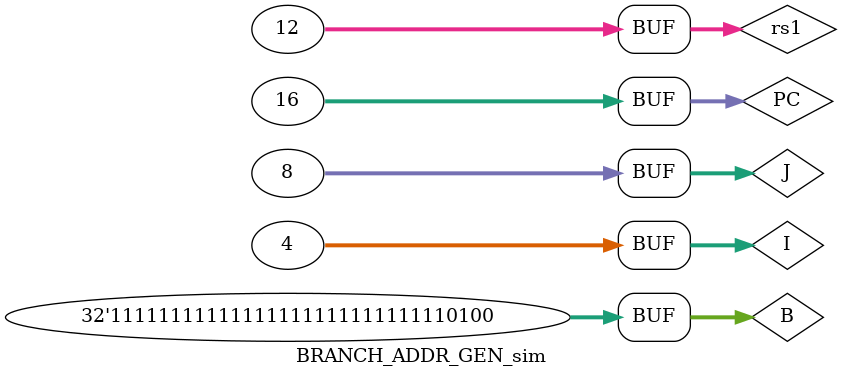
<source format=sv>
`timescale 1ns / 1ps


module BRANCH_ADDR_GEN_sim();

    logic [31:0] PC, B, I, J, rs1, jal, branch, jalr;
    
    BRANCH_ADDR_GEN br_addr_gen(
        .PC(PC),
        .B(B), .I(I), .J(J),
        .rs1(rs1),
        .jal(jal), .branch(branch), .jalr(jalr));
        
        initial begin
            PC = 32'h10;
            
            // For branch
            B = -12;
            
            // For jal
            J = 8;
            
            // Simulating jalr
            rs1 = 32'hC;
            I = 4;
        end
endmodule

</source>
